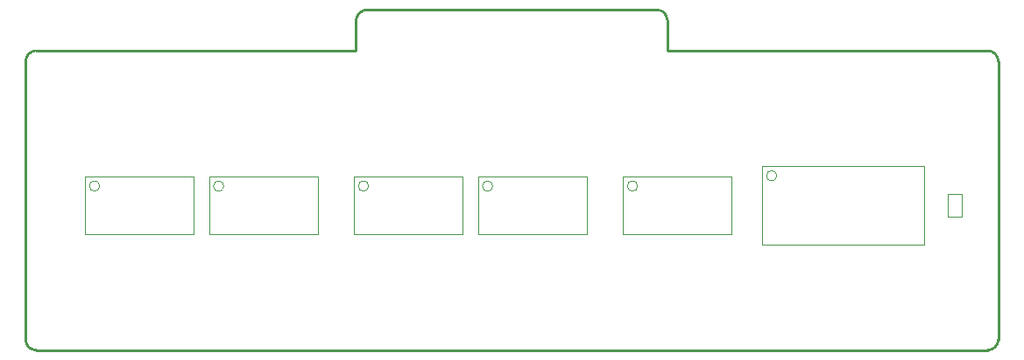
<source format=gtp>
G04 Layer_Color=8421504*
%FSLAX42Y42*%
%MOMM*%
G71*
G01*
G75*
%ADD10C,0.25*%
%ADD12C,0.25*%
%ADD13C,0.10*%
D10*
X100Y2900D02*
G03*
X0Y2800I0J-100D01*
G01*
Y100D02*
G03*
X100Y0I100J0D01*
G01*
X9300D02*
G03*
X9400Y100I0J100D01*
G01*
Y2800D02*
G03*
X9300Y2900I-100J0D01*
G01*
X6200Y3200D02*
G03*
X6100Y3300I-100J0D01*
G01*
X3310D02*
G03*
X3190Y3180I0J-120D01*
G01*
D12*
X0Y100D02*
Y2800D01*
X100Y2900D02*
X3190Y2900D01*
X100Y0D02*
X9300D01*
X9400Y100D02*
Y2800D01*
X6200Y2900D02*
X9300D01*
X6200D02*
Y3200D01*
X3190Y2900D02*
Y3180D01*
X3310Y3300D02*
X6100D01*
D13*
X7260Y1690D02*
G03*
X7260Y1690I-50J0D01*
G01*
X5915Y1590D02*
G03*
X5915Y1590I-50J0D01*
G01*
X4515D02*
G03*
X4515Y1590I-50J0D01*
G01*
X3315D02*
G03*
X3315Y1590I-50J0D01*
G01*
X1915D02*
G03*
X1915Y1590I-50J0D01*
G01*
X715D02*
G03*
X715Y1590I-50J0D01*
G01*
X7120Y1780D02*
X8680D01*
X7120Y1020D02*
X8680D01*
X7120D02*
Y1780D01*
X8680Y1020D02*
Y1780D01*
X6825Y1120D02*
Y1680D01*
X5775Y1120D02*
Y1680D01*
Y1120D02*
X6825D01*
X5775Y1680D02*
X6825D01*
X5425Y1120D02*
Y1680D01*
X4375Y1120D02*
Y1680D01*
Y1120D02*
X5425D01*
X4375Y1680D02*
X5425D01*
X4225Y1120D02*
Y1680D01*
X3175Y1120D02*
Y1680D01*
Y1120D02*
X4225D01*
X3175Y1680D02*
X4225D01*
X2825Y1120D02*
Y1680D01*
X1775Y1120D02*
Y1680D01*
Y1120D02*
X2825D01*
X1775Y1680D02*
X2825D01*
X1625Y1120D02*
Y1680D01*
X575Y1120D02*
Y1680D01*
Y1120D02*
X1625D01*
X575Y1680D02*
X1625D01*
X9047Y1295D02*
Y1515D01*
X8912Y1295D02*
Y1515D01*
Y1295D02*
X9047D01*
X8912Y1515D02*
X9047D01*
M02*

</source>
